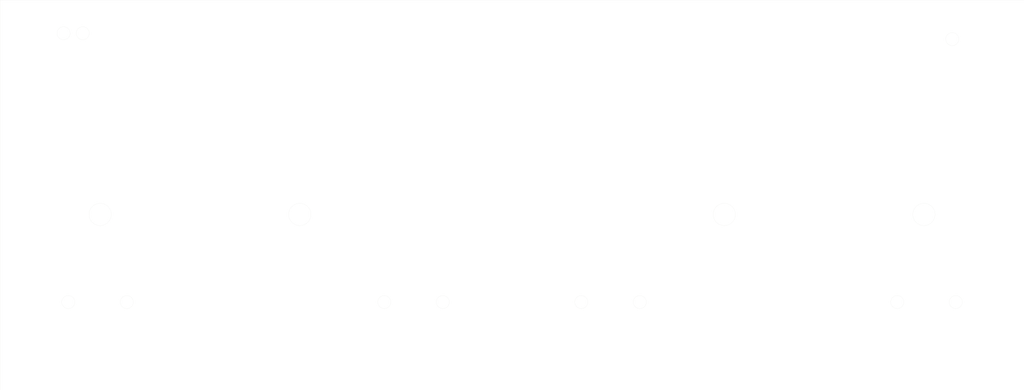
<source format=kicad_pcb>
(kicad_pcb (version 3) (host pcbnew "AWK-105-0005 boardoutline.DXF")

  (general
    (links 0)
    (no_connects 0)
    (area 0 0 0 0)
    (thickness 1.6)
    (drawings 5)
    (tracks 0)
    (zones 0)
    (modules 0)
    (nets 1)
  )

  (page A3)
  (layers
    (15 F.Cu signal)
    (0 B.Cu signal)
    (16 B.Adhes user)
    (17 F.Adhes user)
    (18 B.Paste user)
    (19 F.Paste user)
    (20 B.SilkS user)
    (21 F.SilkS user)
    (22 B.Mask user)
    (23 F.Mask user)
    (24 Dwgs.User user)
    (25 Cmts.User user)
    (26 Eco1.User user)
    (27 Eco2.User user)
    (28 Edge.Cuts user)
  )

  (setup
    (last_trace_width 0.254)
    (trace_clearance 0.254)
    (zone_clearance 0.508)
    (zone_45_only no)
    (trace_min 0.254)
    (segment_width 0.2)
    (edge_width 0.1)
    (via_size 0.889)
    (via_drill 0.635)
    (via_min_size 0.889)
    (via_min_drill 0.508)
    (uvia_size 0.508)
    (uvia_drill 0.127)
    (uvias_allowed no)
    (uvia_min_size 0.508)
    (uvia_min_drill 0.127)
    (pcb_text_width 0.3)
    (pcb_text_size 1.5 1.5)
    (mod_edge_width 0.15)
    (mod_text_size 1 1)
    (mod_text_width 0.15)
    (pad_size 1.5 1.5)
    (pad_drill 0.6)
    (pad_to_mask_clearance 0)
    (aux_axis_origin 0 0)
    (visible_elements FFFFF77F)
    (pcbplotparams
      (layerselection 3178497)
      (usegerberextensions true)
      (excludeedgelayer true)
      (linewidth 152400)
      (plotframeref false)
      (viasonmask false)
      (mode 1)
      (useauxorigin false)
      (hpglpennumber 1)
      (hpglpenspeed 20)
      (hpglpendiameter 15)
      (hpglpenoverlay 2)
      (psnegative false)
      (psa4output false)
      (plotreference true)
      (plotvalue true)
      (plotothertext true)
      (plotinvisibletext false)
      (padsonsilk false)
      (subtractmaskfromsilk false)
      (outputformat 1)
      (mirror false)
      (drillshape 1)
      (scaleselection 1)
      (outputdirectory ""))
  )

  (net 0 "")

  (net_class Default "This is the default net class."
    (clearance 0.254)
    (trace_width 0.254)
    (via_dia 0.889)
    (via_drill 0.635)
    (uvia_dia 0.508)
    (uvia_drill 0.127)
    (add_net "")
  )

  (gr_circle (center -58.400001525878906 -14.729999542236328) (end -58.400001525878906 -13.87999951839447) (layer Edge.Cuts) (width 0.01))
  (gr_circle (center 53.63999938964844 8.869680404663086) (end 53.63999938964844 10.319680452346802) (layer Edge.Cuts) (width 0.01))
  (gr_circle (center 27.639999389648438 8.869680404663086) (end 27.639999389648438 10.319680452346802) (layer Edge.Cuts) (width 0.01))
  (gr_circle (center -27.639999389648438 8.869680404663086) (end -27.639999389648438 10.319680452346802) (layer Edge.Cuts) (width 0.01))
  (gr_circle (center -53.63999938964844 8.869680404663086) (end -53.63999938964844 10.319680452346802) (layer Edge.Cuts) (width 0.01))
  (gr_circle (center -57.78499984741211 20.280559539794922) (end -57.78499984741211 21.13055956363678) (layer Edge.Cuts) (width 0.01))
  (gr_circle (center -50.165000915527344 20.280559539794922) (end -50.165000915527344 21.13055956363678) (layer Edge.Cuts) (width 0.01))
  (gr_circle (center -16.636999130249023 20.280559539794922) (end -16.636999130249023 21.13055956363678) (layer Edge.Cuts) (width 0.01))
  (gr_circle (center -9.017000198364258 20.280559539794922) (end -9.017000198364258 21.13055956363678) (layer Edge.Cuts) (width 0.01))
  (gr_circle (center 16.636999130249023 20.280559539794922) (end 16.636999130249023 21.13055956363678) (layer Edge.Cuts) (width 0.01))
  (gr_circle (center 50.165000915527344 20.280559539794922) (end 50.165000915527344 21.13055956363678) (layer Edge.Cuts) (width 0.01))
  (gr_circle (center 9.017000198364258 20.280559539794922) (end 9.017000198364258 21.13055956363678) (layer Edge.Cuts) (width 0.01))
  (gr_circle (center 57.78499984741211 20.280559539794922) (end 57.78499984741211 21.13055956363678) (layer Edge.Cuts) (width 0.01))
  (gr_circle (center -55.900001525878906 -14.729999542236328) (end -55.900001525878906 -13.87999951839447) (layer Edge.Cuts) (width 0.01))
  (gr_circle (center 57.32500076293945 -13.959617614746094) (end 57.32500076293945 -13.109617590904236) (layer Edge.Cuts) (width 0.01))
  (gr_line (start -66.67500305175781 -19.049999237060547) (end -66.67500305175781 31.75) (angle 90) (layer Edge.Cuts) (width 0.01))
  (gr_line (start -66.67500305175781 31.75) (end 66.67500305175781 31.75) (angle 90) (layer Edge.Cuts) (width 0.01))
  (gr_line (start 66.67500305175781 31.75) (end 66.67500305175781 -19.049999237060547) (angle 90) (layer Edge.Cuts) (width 0.01))
  (gr_line (start 66.67500305175781 -19.049999237060547) (end -66.67500305175781 -19.049999237060547) (angle 90) (layer Edge.Cuts) (width 0.01))

)

</source>
